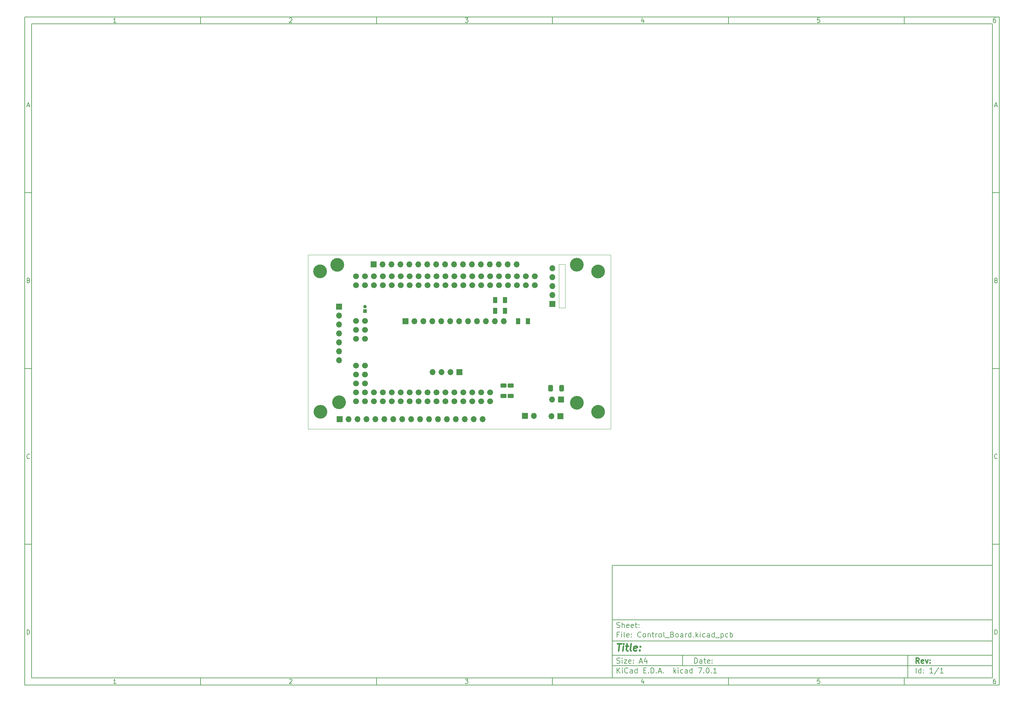
<source format=gbr>
%TF.GenerationSoftware,KiCad,Pcbnew,7.0.1*%
%TF.CreationDate,2024-01-20T13:41:41+00:00*%
%TF.ProjectId,Control_Board,436f6e74-726f-46c5-9f42-6f6172642e6b,rev?*%
%TF.SameCoordinates,Original*%
%TF.FileFunction,Soldermask,Bot*%
%TF.FilePolarity,Negative*%
%FSLAX45Y45*%
G04 Gerber Fmt 4.5, Leading zero omitted, Abs format (unit mm)*
G04 Created by KiCad (PCBNEW 7.0.1) date 2024-01-20 13:41:41*
%MOMM*%
%LPD*%
G01*
G04 APERTURE LIST*
G04 Aperture macros list*
%AMRoundRect*
0 Rectangle with rounded corners*
0 $1 Rounding radius*
0 $2 $3 $4 $5 $6 $7 $8 $9 X,Y pos of 4 corners*
0 Add a 4 corners polygon primitive as box body*
4,1,4,$2,$3,$4,$5,$6,$7,$8,$9,$2,$3,0*
0 Add four circle primitives for the rounded corners*
1,1,$1+$1,$2,$3*
1,1,$1+$1,$4,$5*
1,1,$1+$1,$6,$7*
1,1,$1+$1,$8,$9*
0 Add four rect primitives between the rounded corners*
20,1,$1+$1,$2,$3,$4,$5,0*
20,1,$1+$1,$4,$5,$6,$7,0*
20,1,$1+$1,$6,$7,$8,$9,0*
20,1,$1+$1,$8,$9,$2,$3,0*%
G04 Aperture macros list end*
%ADD10C,0.100000*%
%ADD11C,0.150000*%
%ADD12C,0.300000*%
%ADD13C,0.400000*%
%ADD14C,1.970668*%
%ADD15R,1.700000X1.700000*%
%ADD16O,1.700000X1.700000*%
%ADD17R,1.000000X1.000000*%
%ADD18O,1.000000X1.000000*%
%ADD19C,1.676400*%
%ADD20RoundRect,0.250000X0.412500X0.650000X-0.412500X0.650000X-0.412500X-0.650000X0.412500X-0.650000X0*%
%ADD21RoundRect,0.250000X-0.625000X0.312500X-0.625000X-0.312500X0.625000X-0.312500X0.625000X0.312500X0*%
%ADD22RoundRect,0.250000X-0.375000X-0.625000X0.375000X-0.625000X0.375000X0.625000X-0.375000X0.625000X0*%
%ADD23RoundRect,0.250000X0.625000X-0.312500X0.625000X0.312500X-0.625000X0.312500X-0.625000X-0.312500X0*%
%TA.AperFunction,Profile*%
%ADD24C,0.200000*%
%TD*%
%TA.AperFunction,Profile*%
%ADD25C,0.100000*%
%TD*%
G04 APERTURE END LIST*
D10*
D11*
X17700220Y-16600720D02*
X28500220Y-16600720D01*
X28500220Y-19800720D01*
X17700220Y-19800720D01*
X17700220Y-16600720D01*
D10*
D11*
X1000000Y-1000000D02*
X28700220Y-1000000D01*
X28700220Y-20000720D01*
X1000000Y-20000720D01*
X1000000Y-1000000D01*
D10*
D11*
X1200000Y-1200000D02*
X28500220Y-1200000D01*
X28500220Y-19800720D01*
X1200000Y-19800720D01*
X1200000Y-1200000D01*
D10*
D11*
X6000000Y-1200000D02*
X6000000Y-1000000D01*
D10*
D11*
X11000000Y-1200000D02*
X11000000Y-1000000D01*
D10*
D11*
X16000000Y-1200000D02*
X16000000Y-1000000D01*
D10*
D11*
X21000000Y-1200000D02*
X21000000Y-1000000D01*
D10*
D11*
X26000000Y-1200000D02*
X26000000Y-1000000D01*
D10*
D11*
X3599048Y-1160140D02*
X3524762Y-1160140D01*
X3561905Y-1160140D02*
X3561905Y-1030140D01*
X3561905Y-1030140D02*
X3549524Y-1048712D01*
X3549524Y-1048712D02*
X3537143Y-1061093D01*
X3537143Y-1061093D02*
X3524762Y-1067283D01*
D10*
D11*
X8524762Y-1042521D02*
X8530952Y-1036331D01*
X8530952Y-1036331D02*
X8543333Y-1030140D01*
X8543333Y-1030140D02*
X8574286Y-1030140D01*
X8574286Y-1030140D02*
X8586667Y-1036331D01*
X8586667Y-1036331D02*
X8592857Y-1042521D01*
X8592857Y-1042521D02*
X8599048Y-1054902D01*
X8599048Y-1054902D02*
X8599048Y-1067283D01*
X8599048Y-1067283D02*
X8592857Y-1085855D01*
X8592857Y-1085855D02*
X8518571Y-1160140D01*
X8518571Y-1160140D02*
X8599048Y-1160140D01*
D10*
D11*
X13518571Y-1030140D02*
X13599048Y-1030140D01*
X13599048Y-1030140D02*
X13555714Y-1079664D01*
X13555714Y-1079664D02*
X13574286Y-1079664D01*
X13574286Y-1079664D02*
X13586667Y-1085855D01*
X13586667Y-1085855D02*
X13592857Y-1092045D01*
X13592857Y-1092045D02*
X13599048Y-1104426D01*
X13599048Y-1104426D02*
X13599048Y-1135379D01*
X13599048Y-1135379D02*
X13592857Y-1147760D01*
X13592857Y-1147760D02*
X13586667Y-1153950D01*
X13586667Y-1153950D02*
X13574286Y-1160140D01*
X13574286Y-1160140D02*
X13537143Y-1160140D01*
X13537143Y-1160140D02*
X13524762Y-1153950D01*
X13524762Y-1153950D02*
X13518571Y-1147760D01*
D10*
D11*
X18586667Y-1073474D02*
X18586667Y-1160140D01*
X18555714Y-1023950D02*
X18524762Y-1116807D01*
X18524762Y-1116807D02*
X18605238Y-1116807D01*
D10*
D11*
X23592857Y-1030140D02*
X23530952Y-1030140D01*
X23530952Y-1030140D02*
X23524762Y-1092045D01*
X23524762Y-1092045D02*
X23530952Y-1085855D01*
X23530952Y-1085855D02*
X23543333Y-1079664D01*
X23543333Y-1079664D02*
X23574286Y-1079664D01*
X23574286Y-1079664D02*
X23586667Y-1085855D01*
X23586667Y-1085855D02*
X23592857Y-1092045D01*
X23592857Y-1092045D02*
X23599048Y-1104426D01*
X23599048Y-1104426D02*
X23599048Y-1135379D01*
X23599048Y-1135379D02*
X23592857Y-1147760D01*
X23592857Y-1147760D02*
X23586667Y-1153950D01*
X23586667Y-1153950D02*
X23574286Y-1160140D01*
X23574286Y-1160140D02*
X23543333Y-1160140D01*
X23543333Y-1160140D02*
X23530952Y-1153950D01*
X23530952Y-1153950D02*
X23524762Y-1147760D01*
D10*
D11*
X28586667Y-1030140D02*
X28561905Y-1030140D01*
X28561905Y-1030140D02*
X28549524Y-1036331D01*
X28549524Y-1036331D02*
X28543333Y-1042521D01*
X28543333Y-1042521D02*
X28530952Y-1061093D01*
X28530952Y-1061093D02*
X28524762Y-1085855D01*
X28524762Y-1085855D02*
X28524762Y-1135379D01*
X28524762Y-1135379D02*
X28530952Y-1147760D01*
X28530952Y-1147760D02*
X28537143Y-1153950D01*
X28537143Y-1153950D02*
X28549524Y-1160140D01*
X28549524Y-1160140D02*
X28574286Y-1160140D01*
X28574286Y-1160140D02*
X28586667Y-1153950D01*
X28586667Y-1153950D02*
X28592857Y-1147760D01*
X28592857Y-1147760D02*
X28599048Y-1135379D01*
X28599048Y-1135379D02*
X28599048Y-1104426D01*
X28599048Y-1104426D02*
X28592857Y-1092045D01*
X28592857Y-1092045D02*
X28586667Y-1085855D01*
X28586667Y-1085855D02*
X28574286Y-1079664D01*
X28574286Y-1079664D02*
X28549524Y-1079664D01*
X28549524Y-1079664D02*
X28537143Y-1085855D01*
X28537143Y-1085855D02*
X28530952Y-1092045D01*
X28530952Y-1092045D02*
X28524762Y-1104426D01*
D10*
D11*
X6000000Y-19800720D02*
X6000000Y-20000720D01*
D10*
D11*
X11000000Y-19800720D02*
X11000000Y-20000720D01*
D10*
D11*
X16000000Y-19800720D02*
X16000000Y-20000720D01*
D10*
D11*
X21000000Y-19800720D02*
X21000000Y-20000720D01*
D10*
D11*
X26000000Y-19800720D02*
X26000000Y-20000720D01*
D10*
D11*
X3599048Y-19960860D02*
X3524762Y-19960860D01*
X3561905Y-19960860D02*
X3561905Y-19830860D01*
X3561905Y-19830860D02*
X3549524Y-19849432D01*
X3549524Y-19849432D02*
X3537143Y-19861813D01*
X3537143Y-19861813D02*
X3524762Y-19868003D01*
D10*
D11*
X8524762Y-19843241D02*
X8530952Y-19837051D01*
X8530952Y-19837051D02*
X8543333Y-19830860D01*
X8543333Y-19830860D02*
X8574286Y-19830860D01*
X8574286Y-19830860D02*
X8586667Y-19837051D01*
X8586667Y-19837051D02*
X8592857Y-19843241D01*
X8592857Y-19843241D02*
X8599048Y-19855622D01*
X8599048Y-19855622D02*
X8599048Y-19868003D01*
X8599048Y-19868003D02*
X8592857Y-19886575D01*
X8592857Y-19886575D02*
X8518571Y-19960860D01*
X8518571Y-19960860D02*
X8599048Y-19960860D01*
D10*
D11*
X13518571Y-19830860D02*
X13599048Y-19830860D01*
X13599048Y-19830860D02*
X13555714Y-19880384D01*
X13555714Y-19880384D02*
X13574286Y-19880384D01*
X13574286Y-19880384D02*
X13586667Y-19886575D01*
X13586667Y-19886575D02*
X13592857Y-19892765D01*
X13592857Y-19892765D02*
X13599048Y-19905146D01*
X13599048Y-19905146D02*
X13599048Y-19936099D01*
X13599048Y-19936099D02*
X13592857Y-19948480D01*
X13592857Y-19948480D02*
X13586667Y-19954670D01*
X13586667Y-19954670D02*
X13574286Y-19960860D01*
X13574286Y-19960860D02*
X13537143Y-19960860D01*
X13537143Y-19960860D02*
X13524762Y-19954670D01*
X13524762Y-19954670D02*
X13518571Y-19948480D01*
D10*
D11*
X18586667Y-19874194D02*
X18586667Y-19960860D01*
X18555714Y-19824670D02*
X18524762Y-19917527D01*
X18524762Y-19917527D02*
X18605238Y-19917527D01*
D10*
D11*
X23592857Y-19830860D02*
X23530952Y-19830860D01*
X23530952Y-19830860D02*
X23524762Y-19892765D01*
X23524762Y-19892765D02*
X23530952Y-19886575D01*
X23530952Y-19886575D02*
X23543333Y-19880384D01*
X23543333Y-19880384D02*
X23574286Y-19880384D01*
X23574286Y-19880384D02*
X23586667Y-19886575D01*
X23586667Y-19886575D02*
X23592857Y-19892765D01*
X23592857Y-19892765D02*
X23599048Y-19905146D01*
X23599048Y-19905146D02*
X23599048Y-19936099D01*
X23599048Y-19936099D02*
X23592857Y-19948480D01*
X23592857Y-19948480D02*
X23586667Y-19954670D01*
X23586667Y-19954670D02*
X23574286Y-19960860D01*
X23574286Y-19960860D02*
X23543333Y-19960860D01*
X23543333Y-19960860D02*
X23530952Y-19954670D01*
X23530952Y-19954670D02*
X23524762Y-19948480D01*
D10*
D11*
X28586667Y-19830860D02*
X28561905Y-19830860D01*
X28561905Y-19830860D02*
X28549524Y-19837051D01*
X28549524Y-19837051D02*
X28543333Y-19843241D01*
X28543333Y-19843241D02*
X28530952Y-19861813D01*
X28530952Y-19861813D02*
X28524762Y-19886575D01*
X28524762Y-19886575D02*
X28524762Y-19936099D01*
X28524762Y-19936099D02*
X28530952Y-19948480D01*
X28530952Y-19948480D02*
X28537143Y-19954670D01*
X28537143Y-19954670D02*
X28549524Y-19960860D01*
X28549524Y-19960860D02*
X28574286Y-19960860D01*
X28574286Y-19960860D02*
X28586667Y-19954670D01*
X28586667Y-19954670D02*
X28592857Y-19948480D01*
X28592857Y-19948480D02*
X28599048Y-19936099D01*
X28599048Y-19936099D02*
X28599048Y-19905146D01*
X28599048Y-19905146D02*
X28592857Y-19892765D01*
X28592857Y-19892765D02*
X28586667Y-19886575D01*
X28586667Y-19886575D02*
X28574286Y-19880384D01*
X28574286Y-19880384D02*
X28549524Y-19880384D01*
X28549524Y-19880384D02*
X28537143Y-19886575D01*
X28537143Y-19886575D02*
X28530952Y-19892765D01*
X28530952Y-19892765D02*
X28524762Y-19905146D01*
D10*
D11*
X1000000Y-6000000D02*
X1200000Y-6000000D01*
D10*
D11*
X1000000Y-11000000D02*
X1200000Y-11000000D01*
D10*
D11*
X1000000Y-16000000D02*
X1200000Y-16000000D01*
D10*
D11*
X1069048Y-3522998D02*
X1130952Y-3522998D01*
X1056667Y-3560140D02*
X1100000Y-3430140D01*
X1100000Y-3430140D02*
X1143333Y-3560140D01*
D10*
D11*
X1109286Y-8492045D02*
X1127857Y-8498236D01*
X1127857Y-8498236D02*
X1134048Y-8504426D01*
X1134048Y-8504426D02*
X1140238Y-8516807D01*
X1140238Y-8516807D02*
X1140238Y-8535379D01*
X1140238Y-8535379D02*
X1134048Y-8547760D01*
X1134048Y-8547760D02*
X1127857Y-8553950D01*
X1127857Y-8553950D02*
X1115476Y-8560140D01*
X1115476Y-8560140D02*
X1065952Y-8560140D01*
X1065952Y-8560140D02*
X1065952Y-8430140D01*
X1065952Y-8430140D02*
X1109286Y-8430140D01*
X1109286Y-8430140D02*
X1121667Y-8436331D01*
X1121667Y-8436331D02*
X1127857Y-8442521D01*
X1127857Y-8442521D02*
X1134048Y-8454902D01*
X1134048Y-8454902D02*
X1134048Y-8467283D01*
X1134048Y-8467283D02*
X1127857Y-8479664D01*
X1127857Y-8479664D02*
X1121667Y-8485855D01*
X1121667Y-8485855D02*
X1109286Y-8492045D01*
X1109286Y-8492045D02*
X1065952Y-8492045D01*
D10*
D11*
X1140238Y-13547759D02*
X1134048Y-13553950D01*
X1134048Y-13553950D02*
X1115476Y-13560140D01*
X1115476Y-13560140D02*
X1103095Y-13560140D01*
X1103095Y-13560140D02*
X1084524Y-13553950D01*
X1084524Y-13553950D02*
X1072143Y-13541569D01*
X1072143Y-13541569D02*
X1065952Y-13529188D01*
X1065952Y-13529188D02*
X1059762Y-13504426D01*
X1059762Y-13504426D02*
X1059762Y-13485855D01*
X1059762Y-13485855D02*
X1065952Y-13461093D01*
X1065952Y-13461093D02*
X1072143Y-13448712D01*
X1072143Y-13448712D02*
X1084524Y-13436331D01*
X1084524Y-13436331D02*
X1103095Y-13430140D01*
X1103095Y-13430140D02*
X1115476Y-13430140D01*
X1115476Y-13430140D02*
X1134048Y-13436331D01*
X1134048Y-13436331D02*
X1140238Y-13442521D01*
D10*
D11*
X1065952Y-18560140D02*
X1065952Y-18430140D01*
X1065952Y-18430140D02*
X1096905Y-18430140D01*
X1096905Y-18430140D02*
X1115476Y-18436331D01*
X1115476Y-18436331D02*
X1127857Y-18448712D01*
X1127857Y-18448712D02*
X1134048Y-18461093D01*
X1134048Y-18461093D02*
X1140238Y-18485855D01*
X1140238Y-18485855D02*
X1140238Y-18504426D01*
X1140238Y-18504426D02*
X1134048Y-18529188D01*
X1134048Y-18529188D02*
X1127857Y-18541569D01*
X1127857Y-18541569D02*
X1115476Y-18553950D01*
X1115476Y-18553950D02*
X1096905Y-18560140D01*
X1096905Y-18560140D02*
X1065952Y-18560140D01*
D10*
D11*
X28700220Y-6000000D02*
X28500220Y-6000000D01*
D10*
D11*
X28700220Y-11000000D02*
X28500220Y-11000000D01*
D10*
D11*
X28700220Y-16000000D02*
X28500220Y-16000000D01*
D10*
D11*
X28569268Y-3522998D02*
X28631172Y-3522998D01*
X28556887Y-3560140D02*
X28600220Y-3430140D01*
X28600220Y-3430140D02*
X28643553Y-3560140D01*
D10*
D11*
X28609506Y-8492045D02*
X28628077Y-8498236D01*
X28628077Y-8498236D02*
X28634268Y-8504426D01*
X28634268Y-8504426D02*
X28640458Y-8516807D01*
X28640458Y-8516807D02*
X28640458Y-8535379D01*
X28640458Y-8535379D02*
X28634268Y-8547760D01*
X28634268Y-8547760D02*
X28628077Y-8553950D01*
X28628077Y-8553950D02*
X28615696Y-8560140D01*
X28615696Y-8560140D02*
X28566172Y-8560140D01*
X28566172Y-8560140D02*
X28566172Y-8430140D01*
X28566172Y-8430140D02*
X28609506Y-8430140D01*
X28609506Y-8430140D02*
X28621887Y-8436331D01*
X28621887Y-8436331D02*
X28628077Y-8442521D01*
X28628077Y-8442521D02*
X28634268Y-8454902D01*
X28634268Y-8454902D02*
X28634268Y-8467283D01*
X28634268Y-8467283D02*
X28628077Y-8479664D01*
X28628077Y-8479664D02*
X28621887Y-8485855D01*
X28621887Y-8485855D02*
X28609506Y-8492045D01*
X28609506Y-8492045D02*
X28566172Y-8492045D01*
D10*
D11*
X28640458Y-13547759D02*
X28634268Y-13553950D01*
X28634268Y-13553950D02*
X28615696Y-13560140D01*
X28615696Y-13560140D02*
X28603315Y-13560140D01*
X28603315Y-13560140D02*
X28584744Y-13553950D01*
X28584744Y-13553950D02*
X28572363Y-13541569D01*
X28572363Y-13541569D02*
X28566172Y-13529188D01*
X28566172Y-13529188D02*
X28559982Y-13504426D01*
X28559982Y-13504426D02*
X28559982Y-13485855D01*
X28559982Y-13485855D02*
X28566172Y-13461093D01*
X28566172Y-13461093D02*
X28572363Y-13448712D01*
X28572363Y-13448712D02*
X28584744Y-13436331D01*
X28584744Y-13436331D02*
X28603315Y-13430140D01*
X28603315Y-13430140D02*
X28615696Y-13430140D01*
X28615696Y-13430140D02*
X28634268Y-13436331D01*
X28634268Y-13436331D02*
X28640458Y-13442521D01*
D10*
D11*
X28566172Y-18560140D02*
X28566172Y-18430140D01*
X28566172Y-18430140D02*
X28597125Y-18430140D01*
X28597125Y-18430140D02*
X28615696Y-18436331D01*
X28615696Y-18436331D02*
X28628077Y-18448712D01*
X28628077Y-18448712D02*
X28634268Y-18461093D01*
X28634268Y-18461093D02*
X28640458Y-18485855D01*
X28640458Y-18485855D02*
X28640458Y-18504426D01*
X28640458Y-18504426D02*
X28634268Y-18529188D01*
X28634268Y-18529188D02*
X28628077Y-18541569D01*
X28628077Y-18541569D02*
X28615696Y-18553950D01*
X28615696Y-18553950D02*
X28597125Y-18560140D01*
X28597125Y-18560140D02*
X28566172Y-18560140D01*
D10*
D11*
X20035934Y-19380113D02*
X20035934Y-19230113D01*
X20035934Y-19230113D02*
X20071649Y-19230113D01*
X20071649Y-19230113D02*
X20093077Y-19237256D01*
X20093077Y-19237256D02*
X20107363Y-19251541D01*
X20107363Y-19251541D02*
X20114506Y-19265827D01*
X20114506Y-19265827D02*
X20121649Y-19294399D01*
X20121649Y-19294399D02*
X20121649Y-19315827D01*
X20121649Y-19315827D02*
X20114506Y-19344399D01*
X20114506Y-19344399D02*
X20107363Y-19358684D01*
X20107363Y-19358684D02*
X20093077Y-19372970D01*
X20093077Y-19372970D02*
X20071649Y-19380113D01*
X20071649Y-19380113D02*
X20035934Y-19380113D01*
X20250220Y-19380113D02*
X20250220Y-19301541D01*
X20250220Y-19301541D02*
X20243077Y-19287256D01*
X20243077Y-19287256D02*
X20228791Y-19280113D01*
X20228791Y-19280113D02*
X20200220Y-19280113D01*
X20200220Y-19280113D02*
X20185934Y-19287256D01*
X20250220Y-19372970D02*
X20235934Y-19380113D01*
X20235934Y-19380113D02*
X20200220Y-19380113D01*
X20200220Y-19380113D02*
X20185934Y-19372970D01*
X20185934Y-19372970D02*
X20178791Y-19358684D01*
X20178791Y-19358684D02*
X20178791Y-19344399D01*
X20178791Y-19344399D02*
X20185934Y-19330113D01*
X20185934Y-19330113D02*
X20200220Y-19322970D01*
X20200220Y-19322970D02*
X20235934Y-19322970D01*
X20235934Y-19322970D02*
X20250220Y-19315827D01*
X20300220Y-19280113D02*
X20357363Y-19280113D01*
X20321649Y-19230113D02*
X20321649Y-19358684D01*
X20321649Y-19358684D02*
X20328791Y-19372970D01*
X20328791Y-19372970D02*
X20343077Y-19380113D01*
X20343077Y-19380113D02*
X20357363Y-19380113D01*
X20464506Y-19372970D02*
X20450220Y-19380113D01*
X20450220Y-19380113D02*
X20421649Y-19380113D01*
X20421649Y-19380113D02*
X20407363Y-19372970D01*
X20407363Y-19372970D02*
X20400220Y-19358684D01*
X20400220Y-19358684D02*
X20400220Y-19301541D01*
X20400220Y-19301541D02*
X20407363Y-19287256D01*
X20407363Y-19287256D02*
X20421649Y-19280113D01*
X20421649Y-19280113D02*
X20450220Y-19280113D01*
X20450220Y-19280113D02*
X20464506Y-19287256D01*
X20464506Y-19287256D02*
X20471649Y-19301541D01*
X20471649Y-19301541D02*
X20471649Y-19315827D01*
X20471649Y-19315827D02*
X20400220Y-19330113D01*
X20535934Y-19365827D02*
X20543077Y-19372970D01*
X20543077Y-19372970D02*
X20535934Y-19380113D01*
X20535934Y-19380113D02*
X20528791Y-19372970D01*
X20528791Y-19372970D02*
X20535934Y-19365827D01*
X20535934Y-19365827D02*
X20535934Y-19380113D01*
X20535934Y-19287256D02*
X20543077Y-19294399D01*
X20543077Y-19294399D02*
X20535934Y-19301541D01*
X20535934Y-19301541D02*
X20528791Y-19294399D01*
X20528791Y-19294399D02*
X20535934Y-19287256D01*
X20535934Y-19287256D02*
X20535934Y-19301541D01*
D10*
D11*
X17700220Y-19450720D02*
X28500220Y-19450720D01*
D10*
D11*
X17835934Y-19660113D02*
X17835934Y-19510113D01*
X17921649Y-19660113D02*
X17857363Y-19574399D01*
X17921649Y-19510113D02*
X17835934Y-19595827D01*
X17985934Y-19660113D02*
X17985934Y-19560113D01*
X17985934Y-19510113D02*
X17978791Y-19517256D01*
X17978791Y-19517256D02*
X17985934Y-19524399D01*
X17985934Y-19524399D02*
X17993077Y-19517256D01*
X17993077Y-19517256D02*
X17985934Y-19510113D01*
X17985934Y-19510113D02*
X17985934Y-19524399D01*
X18143077Y-19645827D02*
X18135934Y-19652970D01*
X18135934Y-19652970D02*
X18114506Y-19660113D01*
X18114506Y-19660113D02*
X18100220Y-19660113D01*
X18100220Y-19660113D02*
X18078791Y-19652970D01*
X18078791Y-19652970D02*
X18064506Y-19638684D01*
X18064506Y-19638684D02*
X18057363Y-19624399D01*
X18057363Y-19624399D02*
X18050220Y-19595827D01*
X18050220Y-19595827D02*
X18050220Y-19574399D01*
X18050220Y-19574399D02*
X18057363Y-19545827D01*
X18057363Y-19545827D02*
X18064506Y-19531541D01*
X18064506Y-19531541D02*
X18078791Y-19517256D01*
X18078791Y-19517256D02*
X18100220Y-19510113D01*
X18100220Y-19510113D02*
X18114506Y-19510113D01*
X18114506Y-19510113D02*
X18135934Y-19517256D01*
X18135934Y-19517256D02*
X18143077Y-19524399D01*
X18271649Y-19660113D02*
X18271649Y-19581541D01*
X18271649Y-19581541D02*
X18264506Y-19567256D01*
X18264506Y-19567256D02*
X18250220Y-19560113D01*
X18250220Y-19560113D02*
X18221649Y-19560113D01*
X18221649Y-19560113D02*
X18207363Y-19567256D01*
X18271649Y-19652970D02*
X18257363Y-19660113D01*
X18257363Y-19660113D02*
X18221649Y-19660113D01*
X18221649Y-19660113D02*
X18207363Y-19652970D01*
X18207363Y-19652970D02*
X18200220Y-19638684D01*
X18200220Y-19638684D02*
X18200220Y-19624399D01*
X18200220Y-19624399D02*
X18207363Y-19610113D01*
X18207363Y-19610113D02*
X18221649Y-19602970D01*
X18221649Y-19602970D02*
X18257363Y-19602970D01*
X18257363Y-19602970D02*
X18271649Y-19595827D01*
X18407363Y-19660113D02*
X18407363Y-19510113D01*
X18407363Y-19652970D02*
X18393077Y-19660113D01*
X18393077Y-19660113D02*
X18364506Y-19660113D01*
X18364506Y-19660113D02*
X18350220Y-19652970D01*
X18350220Y-19652970D02*
X18343077Y-19645827D01*
X18343077Y-19645827D02*
X18335934Y-19631541D01*
X18335934Y-19631541D02*
X18335934Y-19588684D01*
X18335934Y-19588684D02*
X18343077Y-19574399D01*
X18343077Y-19574399D02*
X18350220Y-19567256D01*
X18350220Y-19567256D02*
X18364506Y-19560113D01*
X18364506Y-19560113D02*
X18393077Y-19560113D01*
X18393077Y-19560113D02*
X18407363Y-19567256D01*
X18593077Y-19581541D02*
X18643077Y-19581541D01*
X18664506Y-19660113D02*
X18593077Y-19660113D01*
X18593077Y-19660113D02*
X18593077Y-19510113D01*
X18593077Y-19510113D02*
X18664506Y-19510113D01*
X18728791Y-19645827D02*
X18735934Y-19652970D01*
X18735934Y-19652970D02*
X18728791Y-19660113D01*
X18728791Y-19660113D02*
X18721649Y-19652970D01*
X18721649Y-19652970D02*
X18728791Y-19645827D01*
X18728791Y-19645827D02*
X18728791Y-19660113D01*
X18800220Y-19660113D02*
X18800220Y-19510113D01*
X18800220Y-19510113D02*
X18835934Y-19510113D01*
X18835934Y-19510113D02*
X18857363Y-19517256D01*
X18857363Y-19517256D02*
X18871649Y-19531541D01*
X18871649Y-19531541D02*
X18878792Y-19545827D01*
X18878792Y-19545827D02*
X18885934Y-19574399D01*
X18885934Y-19574399D02*
X18885934Y-19595827D01*
X18885934Y-19595827D02*
X18878792Y-19624399D01*
X18878792Y-19624399D02*
X18871649Y-19638684D01*
X18871649Y-19638684D02*
X18857363Y-19652970D01*
X18857363Y-19652970D02*
X18835934Y-19660113D01*
X18835934Y-19660113D02*
X18800220Y-19660113D01*
X18950220Y-19645827D02*
X18957363Y-19652970D01*
X18957363Y-19652970D02*
X18950220Y-19660113D01*
X18950220Y-19660113D02*
X18943077Y-19652970D01*
X18943077Y-19652970D02*
X18950220Y-19645827D01*
X18950220Y-19645827D02*
X18950220Y-19660113D01*
X19014506Y-19617256D02*
X19085934Y-19617256D01*
X19000220Y-19660113D02*
X19050220Y-19510113D01*
X19050220Y-19510113D02*
X19100220Y-19660113D01*
X19150220Y-19645827D02*
X19157363Y-19652970D01*
X19157363Y-19652970D02*
X19150220Y-19660113D01*
X19150220Y-19660113D02*
X19143077Y-19652970D01*
X19143077Y-19652970D02*
X19150220Y-19645827D01*
X19150220Y-19645827D02*
X19150220Y-19660113D01*
X19450220Y-19660113D02*
X19450220Y-19510113D01*
X19464506Y-19602970D02*
X19507363Y-19660113D01*
X19507363Y-19560113D02*
X19450220Y-19617256D01*
X19571649Y-19660113D02*
X19571649Y-19560113D01*
X19571649Y-19510113D02*
X19564506Y-19517256D01*
X19564506Y-19517256D02*
X19571649Y-19524399D01*
X19571649Y-19524399D02*
X19578792Y-19517256D01*
X19578792Y-19517256D02*
X19571649Y-19510113D01*
X19571649Y-19510113D02*
X19571649Y-19524399D01*
X19707363Y-19652970D02*
X19693077Y-19660113D01*
X19693077Y-19660113D02*
X19664506Y-19660113D01*
X19664506Y-19660113D02*
X19650220Y-19652970D01*
X19650220Y-19652970D02*
X19643077Y-19645827D01*
X19643077Y-19645827D02*
X19635934Y-19631541D01*
X19635934Y-19631541D02*
X19635934Y-19588684D01*
X19635934Y-19588684D02*
X19643077Y-19574399D01*
X19643077Y-19574399D02*
X19650220Y-19567256D01*
X19650220Y-19567256D02*
X19664506Y-19560113D01*
X19664506Y-19560113D02*
X19693077Y-19560113D01*
X19693077Y-19560113D02*
X19707363Y-19567256D01*
X19835934Y-19660113D02*
X19835934Y-19581541D01*
X19835934Y-19581541D02*
X19828792Y-19567256D01*
X19828792Y-19567256D02*
X19814506Y-19560113D01*
X19814506Y-19560113D02*
X19785934Y-19560113D01*
X19785934Y-19560113D02*
X19771649Y-19567256D01*
X19835934Y-19652970D02*
X19821649Y-19660113D01*
X19821649Y-19660113D02*
X19785934Y-19660113D01*
X19785934Y-19660113D02*
X19771649Y-19652970D01*
X19771649Y-19652970D02*
X19764506Y-19638684D01*
X19764506Y-19638684D02*
X19764506Y-19624399D01*
X19764506Y-19624399D02*
X19771649Y-19610113D01*
X19771649Y-19610113D02*
X19785934Y-19602970D01*
X19785934Y-19602970D02*
X19821649Y-19602970D01*
X19821649Y-19602970D02*
X19835934Y-19595827D01*
X19971649Y-19660113D02*
X19971649Y-19510113D01*
X19971649Y-19652970D02*
X19957363Y-19660113D01*
X19957363Y-19660113D02*
X19928792Y-19660113D01*
X19928792Y-19660113D02*
X19914506Y-19652970D01*
X19914506Y-19652970D02*
X19907363Y-19645827D01*
X19907363Y-19645827D02*
X19900220Y-19631541D01*
X19900220Y-19631541D02*
X19900220Y-19588684D01*
X19900220Y-19588684D02*
X19907363Y-19574399D01*
X19907363Y-19574399D02*
X19914506Y-19567256D01*
X19914506Y-19567256D02*
X19928792Y-19560113D01*
X19928792Y-19560113D02*
X19957363Y-19560113D01*
X19957363Y-19560113D02*
X19971649Y-19567256D01*
X20143077Y-19510113D02*
X20243077Y-19510113D01*
X20243077Y-19510113D02*
X20178792Y-19660113D01*
X20300220Y-19645827D02*
X20307363Y-19652970D01*
X20307363Y-19652970D02*
X20300220Y-19660113D01*
X20300220Y-19660113D02*
X20293077Y-19652970D01*
X20293077Y-19652970D02*
X20300220Y-19645827D01*
X20300220Y-19645827D02*
X20300220Y-19660113D01*
X20400220Y-19510113D02*
X20414506Y-19510113D01*
X20414506Y-19510113D02*
X20428792Y-19517256D01*
X20428792Y-19517256D02*
X20435934Y-19524399D01*
X20435934Y-19524399D02*
X20443077Y-19538684D01*
X20443077Y-19538684D02*
X20450220Y-19567256D01*
X20450220Y-19567256D02*
X20450220Y-19602970D01*
X20450220Y-19602970D02*
X20443077Y-19631541D01*
X20443077Y-19631541D02*
X20435934Y-19645827D01*
X20435934Y-19645827D02*
X20428792Y-19652970D01*
X20428792Y-19652970D02*
X20414506Y-19660113D01*
X20414506Y-19660113D02*
X20400220Y-19660113D01*
X20400220Y-19660113D02*
X20385934Y-19652970D01*
X20385934Y-19652970D02*
X20378792Y-19645827D01*
X20378792Y-19645827D02*
X20371649Y-19631541D01*
X20371649Y-19631541D02*
X20364506Y-19602970D01*
X20364506Y-19602970D02*
X20364506Y-19567256D01*
X20364506Y-19567256D02*
X20371649Y-19538684D01*
X20371649Y-19538684D02*
X20378792Y-19524399D01*
X20378792Y-19524399D02*
X20385934Y-19517256D01*
X20385934Y-19517256D02*
X20400220Y-19510113D01*
X20514506Y-19645827D02*
X20521649Y-19652970D01*
X20521649Y-19652970D02*
X20514506Y-19660113D01*
X20514506Y-19660113D02*
X20507363Y-19652970D01*
X20507363Y-19652970D02*
X20514506Y-19645827D01*
X20514506Y-19645827D02*
X20514506Y-19660113D01*
X20664506Y-19660113D02*
X20578792Y-19660113D01*
X20621649Y-19660113D02*
X20621649Y-19510113D01*
X20621649Y-19510113D02*
X20607363Y-19531541D01*
X20607363Y-19531541D02*
X20593077Y-19545827D01*
X20593077Y-19545827D02*
X20578792Y-19552970D01*
D10*
D11*
X17700220Y-19150720D02*
X28500220Y-19150720D01*
D10*
D12*
X26421648Y-19380113D02*
X26371648Y-19308684D01*
X26335934Y-19380113D02*
X26335934Y-19230113D01*
X26335934Y-19230113D02*
X26393077Y-19230113D01*
X26393077Y-19230113D02*
X26407363Y-19237256D01*
X26407363Y-19237256D02*
X26414506Y-19244399D01*
X26414506Y-19244399D02*
X26421648Y-19258684D01*
X26421648Y-19258684D02*
X26421648Y-19280113D01*
X26421648Y-19280113D02*
X26414506Y-19294399D01*
X26414506Y-19294399D02*
X26407363Y-19301541D01*
X26407363Y-19301541D02*
X26393077Y-19308684D01*
X26393077Y-19308684D02*
X26335934Y-19308684D01*
X26543077Y-19372970D02*
X26528791Y-19380113D01*
X26528791Y-19380113D02*
X26500220Y-19380113D01*
X26500220Y-19380113D02*
X26485934Y-19372970D01*
X26485934Y-19372970D02*
X26478791Y-19358684D01*
X26478791Y-19358684D02*
X26478791Y-19301541D01*
X26478791Y-19301541D02*
X26485934Y-19287256D01*
X26485934Y-19287256D02*
X26500220Y-19280113D01*
X26500220Y-19280113D02*
X26528791Y-19280113D01*
X26528791Y-19280113D02*
X26543077Y-19287256D01*
X26543077Y-19287256D02*
X26550220Y-19301541D01*
X26550220Y-19301541D02*
X26550220Y-19315827D01*
X26550220Y-19315827D02*
X26478791Y-19330113D01*
X26600220Y-19280113D02*
X26635934Y-19380113D01*
X26635934Y-19380113D02*
X26671648Y-19280113D01*
X26728791Y-19365827D02*
X26735934Y-19372970D01*
X26735934Y-19372970D02*
X26728791Y-19380113D01*
X26728791Y-19380113D02*
X26721648Y-19372970D01*
X26721648Y-19372970D02*
X26728791Y-19365827D01*
X26728791Y-19365827D02*
X26728791Y-19380113D01*
X26728791Y-19287256D02*
X26735934Y-19294399D01*
X26735934Y-19294399D02*
X26728791Y-19301541D01*
X26728791Y-19301541D02*
X26721648Y-19294399D01*
X26721648Y-19294399D02*
X26728791Y-19287256D01*
X26728791Y-19287256D02*
X26728791Y-19301541D01*
D10*
D11*
X17828791Y-19372970D02*
X17850220Y-19380113D01*
X17850220Y-19380113D02*
X17885934Y-19380113D01*
X17885934Y-19380113D02*
X17900220Y-19372970D01*
X17900220Y-19372970D02*
X17907363Y-19365827D01*
X17907363Y-19365827D02*
X17914506Y-19351541D01*
X17914506Y-19351541D02*
X17914506Y-19337256D01*
X17914506Y-19337256D02*
X17907363Y-19322970D01*
X17907363Y-19322970D02*
X17900220Y-19315827D01*
X17900220Y-19315827D02*
X17885934Y-19308684D01*
X17885934Y-19308684D02*
X17857363Y-19301541D01*
X17857363Y-19301541D02*
X17843077Y-19294399D01*
X17843077Y-19294399D02*
X17835934Y-19287256D01*
X17835934Y-19287256D02*
X17828791Y-19272970D01*
X17828791Y-19272970D02*
X17828791Y-19258684D01*
X17828791Y-19258684D02*
X17835934Y-19244399D01*
X17835934Y-19244399D02*
X17843077Y-19237256D01*
X17843077Y-19237256D02*
X17857363Y-19230113D01*
X17857363Y-19230113D02*
X17893077Y-19230113D01*
X17893077Y-19230113D02*
X17914506Y-19237256D01*
X17978791Y-19380113D02*
X17978791Y-19280113D01*
X17978791Y-19230113D02*
X17971649Y-19237256D01*
X17971649Y-19237256D02*
X17978791Y-19244399D01*
X17978791Y-19244399D02*
X17985934Y-19237256D01*
X17985934Y-19237256D02*
X17978791Y-19230113D01*
X17978791Y-19230113D02*
X17978791Y-19244399D01*
X18035934Y-19280113D02*
X18114506Y-19280113D01*
X18114506Y-19280113D02*
X18035934Y-19380113D01*
X18035934Y-19380113D02*
X18114506Y-19380113D01*
X18228791Y-19372970D02*
X18214506Y-19380113D01*
X18214506Y-19380113D02*
X18185934Y-19380113D01*
X18185934Y-19380113D02*
X18171649Y-19372970D01*
X18171649Y-19372970D02*
X18164506Y-19358684D01*
X18164506Y-19358684D02*
X18164506Y-19301541D01*
X18164506Y-19301541D02*
X18171649Y-19287256D01*
X18171649Y-19287256D02*
X18185934Y-19280113D01*
X18185934Y-19280113D02*
X18214506Y-19280113D01*
X18214506Y-19280113D02*
X18228791Y-19287256D01*
X18228791Y-19287256D02*
X18235934Y-19301541D01*
X18235934Y-19301541D02*
X18235934Y-19315827D01*
X18235934Y-19315827D02*
X18164506Y-19330113D01*
X18300220Y-19365827D02*
X18307363Y-19372970D01*
X18307363Y-19372970D02*
X18300220Y-19380113D01*
X18300220Y-19380113D02*
X18293077Y-19372970D01*
X18293077Y-19372970D02*
X18300220Y-19365827D01*
X18300220Y-19365827D02*
X18300220Y-19380113D01*
X18300220Y-19287256D02*
X18307363Y-19294399D01*
X18307363Y-19294399D02*
X18300220Y-19301541D01*
X18300220Y-19301541D02*
X18293077Y-19294399D01*
X18293077Y-19294399D02*
X18300220Y-19287256D01*
X18300220Y-19287256D02*
X18300220Y-19301541D01*
X18478791Y-19337256D02*
X18550220Y-19337256D01*
X18464506Y-19380113D02*
X18514506Y-19230113D01*
X18514506Y-19230113D02*
X18564506Y-19380113D01*
X18678791Y-19280113D02*
X18678791Y-19380113D01*
X18643077Y-19222970D02*
X18607363Y-19330113D01*
X18607363Y-19330113D02*
X18700220Y-19330113D01*
D10*
D11*
X26335934Y-19660113D02*
X26335934Y-19510113D01*
X26471649Y-19660113D02*
X26471649Y-19510113D01*
X26471649Y-19652970D02*
X26457363Y-19660113D01*
X26457363Y-19660113D02*
X26428791Y-19660113D01*
X26428791Y-19660113D02*
X26414506Y-19652970D01*
X26414506Y-19652970D02*
X26407363Y-19645827D01*
X26407363Y-19645827D02*
X26400220Y-19631541D01*
X26400220Y-19631541D02*
X26400220Y-19588684D01*
X26400220Y-19588684D02*
X26407363Y-19574399D01*
X26407363Y-19574399D02*
X26414506Y-19567256D01*
X26414506Y-19567256D02*
X26428791Y-19560113D01*
X26428791Y-19560113D02*
X26457363Y-19560113D01*
X26457363Y-19560113D02*
X26471649Y-19567256D01*
X26543077Y-19645827D02*
X26550220Y-19652970D01*
X26550220Y-19652970D02*
X26543077Y-19660113D01*
X26543077Y-19660113D02*
X26535934Y-19652970D01*
X26535934Y-19652970D02*
X26543077Y-19645827D01*
X26543077Y-19645827D02*
X26543077Y-19660113D01*
X26543077Y-19567256D02*
X26550220Y-19574399D01*
X26550220Y-19574399D02*
X26543077Y-19581541D01*
X26543077Y-19581541D02*
X26535934Y-19574399D01*
X26535934Y-19574399D02*
X26543077Y-19567256D01*
X26543077Y-19567256D02*
X26543077Y-19581541D01*
X26807363Y-19660113D02*
X26721649Y-19660113D01*
X26764506Y-19660113D02*
X26764506Y-19510113D01*
X26764506Y-19510113D02*
X26750220Y-19531541D01*
X26750220Y-19531541D02*
X26735934Y-19545827D01*
X26735934Y-19545827D02*
X26721649Y-19552970D01*
X26978791Y-19502970D02*
X26850220Y-19695827D01*
X27107363Y-19660113D02*
X27021649Y-19660113D01*
X27064506Y-19660113D02*
X27064506Y-19510113D01*
X27064506Y-19510113D02*
X27050220Y-19531541D01*
X27050220Y-19531541D02*
X27035934Y-19545827D01*
X27035934Y-19545827D02*
X27021649Y-19552970D01*
D10*
D11*
X17700220Y-18750720D02*
X28500220Y-18750720D01*
D10*
D13*
X17843077Y-18823244D02*
X17957363Y-18823244D01*
X17875220Y-19023244D02*
X17900220Y-18823244D01*
X17997839Y-19023244D02*
X18014506Y-18889910D01*
X18022839Y-18823244D02*
X18012125Y-18832768D01*
X18012125Y-18832768D02*
X18020458Y-18842291D01*
X18020458Y-18842291D02*
X18031172Y-18832768D01*
X18031172Y-18832768D02*
X18022839Y-18823244D01*
X18022839Y-18823244D02*
X18020458Y-18842291D01*
X18079982Y-18889910D02*
X18156172Y-18889910D01*
X18116887Y-18823244D02*
X18095458Y-18994672D01*
X18095458Y-18994672D02*
X18102601Y-19013720D01*
X18102601Y-19013720D02*
X18120458Y-19023244D01*
X18120458Y-19023244D02*
X18139506Y-19023244D01*
X18233553Y-19023244D02*
X18215696Y-19013720D01*
X18215696Y-19013720D02*
X18208553Y-18994672D01*
X18208553Y-18994672D02*
X18229982Y-18823244D01*
X18385934Y-19013720D02*
X18365696Y-19023244D01*
X18365696Y-19023244D02*
X18327601Y-19023244D01*
X18327601Y-19023244D02*
X18309744Y-19013720D01*
X18309744Y-19013720D02*
X18302601Y-18994672D01*
X18302601Y-18994672D02*
X18312125Y-18918482D01*
X18312125Y-18918482D02*
X18324029Y-18899434D01*
X18324029Y-18899434D02*
X18344268Y-18889910D01*
X18344268Y-18889910D02*
X18382363Y-18889910D01*
X18382363Y-18889910D02*
X18400220Y-18899434D01*
X18400220Y-18899434D02*
X18407363Y-18918482D01*
X18407363Y-18918482D02*
X18404982Y-18937530D01*
X18404982Y-18937530D02*
X18307363Y-18956577D01*
X18481172Y-19004196D02*
X18489506Y-19013720D01*
X18489506Y-19013720D02*
X18478791Y-19023244D01*
X18478791Y-19023244D02*
X18470458Y-19013720D01*
X18470458Y-19013720D02*
X18481172Y-19004196D01*
X18481172Y-19004196D02*
X18478791Y-19023244D01*
X18494268Y-18899434D02*
X18502601Y-18908958D01*
X18502601Y-18908958D02*
X18491887Y-18918482D01*
X18491887Y-18918482D02*
X18483553Y-18908958D01*
X18483553Y-18908958D02*
X18494268Y-18899434D01*
X18494268Y-18899434D02*
X18491887Y-18918482D01*
D10*
D11*
X17885934Y-18561541D02*
X17835934Y-18561541D01*
X17835934Y-18640113D02*
X17835934Y-18490113D01*
X17835934Y-18490113D02*
X17907363Y-18490113D01*
X17964506Y-18640113D02*
X17964506Y-18540113D01*
X17964506Y-18490113D02*
X17957363Y-18497256D01*
X17957363Y-18497256D02*
X17964506Y-18504399D01*
X17964506Y-18504399D02*
X17971649Y-18497256D01*
X17971649Y-18497256D02*
X17964506Y-18490113D01*
X17964506Y-18490113D02*
X17964506Y-18504399D01*
X18057363Y-18640113D02*
X18043077Y-18632970D01*
X18043077Y-18632970D02*
X18035934Y-18618684D01*
X18035934Y-18618684D02*
X18035934Y-18490113D01*
X18171649Y-18632970D02*
X18157363Y-18640113D01*
X18157363Y-18640113D02*
X18128791Y-18640113D01*
X18128791Y-18640113D02*
X18114506Y-18632970D01*
X18114506Y-18632970D02*
X18107363Y-18618684D01*
X18107363Y-18618684D02*
X18107363Y-18561541D01*
X18107363Y-18561541D02*
X18114506Y-18547256D01*
X18114506Y-18547256D02*
X18128791Y-18540113D01*
X18128791Y-18540113D02*
X18157363Y-18540113D01*
X18157363Y-18540113D02*
X18171649Y-18547256D01*
X18171649Y-18547256D02*
X18178791Y-18561541D01*
X18178791Y-18561541D02*
X18178791Y-18575827D01*
X18178791Y-18575827D02*
X18107363Y-18590113D01*
X18243077Y-18625827D02*
X18250220Y-18632970D01*
X18250220Y-18632970D02*
X18243077Y-18640113D01*
X18243077Y-18640113D02*
X18235934Y-18632970D01*
X18235934Y-18632970D02*
X18243077Y-18625827D01*
X18243077Y-18625827D02*
X18243077Y-18640113D01*
X18243077Y-18547256D02*
X18250220Y-18554399D01*
X18250220Y-18554399D02*
X18243077Y-18561541D01*
X18243077Y-18561541D02*
X18235934Y-18554399D01*
X18235934Y-18554399D02*
X18243077Y-18547256D01*
X18243077Y-18547256D02*
X18243077Y-18561541D01*
X18514506Y-18625827D02*
X18507363Y-18632970D01*
X18507363Y-18632970D02*
X18485934Y-18640113D01*
X18485934Y-18640113D02*
X18471649Y-18640113D01*
X18471649Y-18640113D02*
X18450220Y-18632970D01*
X18450220Y-18632970D02*
X18435934Y-18618684D01*
X18435934Y-18618684D02*
X18428791Y-18604399D01*
X18428791Y-18604399D02*
X18421649Y-18575827D01*
X18421649Y-18575827D02*
X18421649Y-18554399D01*
X18421649Y-18554399D02*
X18428791Y-18525827D01*
X18428791Y-18525827D02*
X18435934Y-18511541D01*
X18435934Y-18511541D02*
X18450220Y-18497256D01*
X18450220Y-18497256D02*
X18471649Y-18490113D01*
X18471649Y-18490113D02*
X18485934Y-18490113D01*
X18485934Y-18490113D02*
X18507363Y-18497256D01*
X18507363Y-18497256D02*
X18514506Y-18504399D01*
X18600220Y-18640113D02*
X18585934Y-18632970D01*
X18585934Y-18632970D02*
X18578791Y-18625827D01*
X18578791Y-18625827D02*
X18571649Y-18611541D01*
X18571649Y-18611541D02*
X18571649Y-18568684D01*
X18571649Y-18568684D02*
X18578791Y-18554399D01*
X18578791Y-18554399D02*
X18585934Y-18547256D01*
X18585934Y-18547256D02*
X18600220Y-18540113D01*
X18600220Y-18540113D02*
X18621649Y-18540113D01*
X18621649Y-18540113D02*
X18635934Y-18547256D01*
X18635934Y-18547256D02*
X18643077Y-18554399D01*
X18643077Y-18554399D02*
X18650220Y-18568684D01*
X18650220Y-18568684D02*
X18650220Y-18611541D01*
X18650220Y-18611541D02*
X18643077Y-18625827D01*
X18643077Y-18625827D02*
X18635934Y-18632970D01*
X18635934Y-18632970D02*
X18621649Y-18640113D01*
X18621649Y-18640113D02*
X18600220Y-18640113D01*
X18714506Y-18540113D02*
X18714506Y-18640113D01*
X18714506Y-18554399D02*
X18721649Y-18547256D01*
X18721649Y-18547256D02*
X18735934Y-18540113D01*
X18735934Y-18540113D02*
X18757363Y-18540113D01*
X18757363Y-18540113D02*
X18771649Y-18547256D01*
X18771649Y-18547256D02*
X18778791Y-18561541D01*
X18778791Y-18561541D02*
X18778791Y-18640113D01*
X18828791Y-18540113D02*
X18885934Y-18540113D01*
X18850220Y-18490113D02*
X18850220Y-18618684D01*
X18850220Y-18618684D02*
X18857363Y-18632970D01*
X18857363Y-18632970D02*
X18871649Y-18640113D01*
X18871649Y-18640113D02*
X18885934Y-18640113D01*
X18935934Y-18640113D02*
X18935934Y-18540113D01*
X18935934Y-18568684D02*
X18943077Y-18554399D01*
X18943077Y-18554399D02*
X18950220Y-18547256D01*
X18950220Y-18547256D02*
X18964506Y-18540113D01*
X18964506Y-18540113D02*
X18978791Y-18540113D01*
X19050220Y-18640113D02*
X19035934Y-18632970D01*
X19035934Y-18632970D02*
X19028791Y-18625827D01*
X19028791Y-18625827D02*
X19021649Y-18611541D01*
X19021649Y-18611541D02*
X19021649Y-18568684D01*
X19021649Y-18568684D02*
X19028791Y-18554399D01*
X19028791Y-18554399D02*
X19035934Y-18547256D01*
X19035934Y-18547256D02*
X19050220Y-18540113D01*
X19050220Y-18540113D02*
X19071649Y-18540113D01*
X19071649Y-18540113D02*
X19085934Y-18547256D01*
X19085934Y-18547256D02*
X19093077Y-18554399D01*
X19093077Y-18554399D02*
X19100220Y-18568684D01*
X19100220Y-18568684D02*
X19100220Y-18611541D01*
X19100220Y-18611541D02*
X19093077Y-18625827D01*
X19093077Y-18625827D02*
X19085934Y-18632970D01*
X19085934Y-18632970D02*
X19071649Y-18640113D01*
X19071649Y-18640113D02*
X19050220Y-18640113D01*
X19185934Y-18640113D02*
X19171649Y-18632970D01*
X19171649Y-18632970D02*
X19164506Y-18618684D01*
X19164506Y-18618684D02*
X19164506Y-18490113D01*
X19207363Y-18654399D02*
X19321649Y-18654399D01*
X19407363Y-18561541D02*
X19428791Y-18568684D01*
X19428791Y-18568684D02*
X19435934Y-18575827D01*
X19435934Y-18575827D02*
X19443077Y-18590113D01*
X19443077Y-18590113D02*
X19443077Y-18611541D01*
X19443077Y-18611541D02*
X19435934Y-18625827D01*
X19435934Y-18625827D02*
X19428791Y-18632970D01*
X19428791Y-18632970D02*
X19414506Y-18640113D01*
X19414506Y-18640113D02*
X19357363Y-18640113D01*
X19357363Y-18640113D02*
X19357363Y-18490113D01*
X19357363Y-18490113D02*
X19407363Y-18490113D01*
X19407363Y-18490113D02*
X19421649Y-18497256D01*
X19421649Y-18497256D02*
X19428791Y-18504399D01*
X19428791Y-18504399D02*
X19435934Y-18518684D01*
X19435934Y-18518684D02*
X19435934Y-18532970D01*
X19435934Y-18532970D02*
X19428791Y-18547256D01*
X19428791Y-18547256D02*
X19421649Y-18554399D01*
X19421649Y-18554399D02*
X19407363Y-18561541D01*
X19407363Y-18561541D02*
X19357363Y-18561541D01*
X19528791Y-18640113D02*
X19514506Y-18632970D01*
X19514506Y-18632970D02*
X19507363Y-18625827D01*
X19507363Y-18625827D02*
X19500220Y-18611541D01*
X19500220Y-18611541D02*
X19500220Y-18568684D01*
X19500220Y-18568684D02*
X19507363Y-18554399D01*
X19507363Y-18554399D02*
X19514506Y-18547256D01*
X19514506Y-18547256D02*
X19528791Y-18540113D01*
X19528791Y-18540113D02*
X19550220Y-18540113D01*
X19550220Y-18540113D02*
X19564506Y-18547256D01*
X19564506Y-18547256D02*
X19571649Y-18554399D01*
X19571649Y-18554399D02*
X19578791Y-18568684D01*
X19578791Y-18568684D02*
X19578791Y-18611541D01*
X19578791Y-18611541D02*
X19571649Y-18625827D01*
X19571649Y-18625827D02*
X19564506Y-18632970D01*
X19564506Y-18632970D02*
X19550220Y-18640113D01*
X19550220Y-18640113D02*
X19528791Y-18640113D01*
X19707363Y-18640113D02*
X19707363Y-18561541D01*
X19707363Y-18561541D02*
X19700220Y-18547256D01*
X19700220Y-18547256D02*
X19685934Y-18540113D01*
X19685934Y-18540113D02*
X19657363Y-18540113D01*
X19657363Y-18540113D02*
X19643077Y-18547256D01*
X19707363Y-18632970D02*
X19693077Y-18640113D01*
X19693077Y-18640113D02*
X19657363Y-18640113D01*
X19657363Y-18640113D02*
X19643077Y-18632970D01*
X19643077Y-18632970D02*
X19635934Y-18618684D01*
X19635934Y-18618684D02*
X19635934Y-18604399D01*
X19635934Y-18604399D02*
X19643077Y-18590113D01*
X19643077Y-18590113D02*
X19657363Y-18582970D01*
X19657363Y-18582970D02*
X19693077Y-18582970D01*
X19693077Y-18582970D02*
X19707363Y-18575827D01*
X19778791Y-18640113D02*
X19778791Y-18540113D01*
X19778791Y-18568684D02*
X19785934Y-18554399D01*
X19785934Y-18554399D02*
X19793077Y-18547256D01*
X19793077Y-18547256D02*
X19807363Y-18540113D01*
X19807363Y-18540113D02*
X19821649Y-18540113D01*
X19935934Y-18640113D02*
X19935934Y-18490113D01*
X19935934Y-18632970D02*
X19921648Y-18640113D01*
X19921648Y-18640113D02*
X19893077Y-18640113D01*
X19893077Y-18640113D02*
X19878791Y-18632970D01*
X19878791Y-18632970D02*
X19871648Y-18625827D01*
X19871648Y-18625827D02*
X19864506Y-18611541D01*
X19864506Y-18611541D02*
X19864506Y-18568684D01*
X19864506Y-18568684D02*
X19871648Y-18554399D01*
X19871648Y-18554399D02*
X19878791Y-18547256D01*
X19878791Y-18547256D02*
X19893077Y-18540113D01*
X19893077Y-18540113D02*
X19921648Y-18540113D01*
X19921648Y-18540113D02*
X19935934Y-18547256D01*
X20007363Y-18625827D02*
X20014506Y-18632970D01*
X20014506Y-18632970D02*
X20007363Y-18640113D01*
X20007363Y-18640113D02*
X20000220Y-18632970D01*
X20000220Y-18632970D02*
X20007363Y-18625827D01*
X20007363Y-18625827D02*
X20007363Y-18640113D01*
X20078791Y-18640113D02*
X20078791Y-18490113D01*
X20093077Y-18582970D02*
X20135934Y-18640113D01*
X20135934Y-18540113D02*
X20078791Y-18597256D01*
X20200220Y-18640113D02*
X20200220Y-18540113D01*
X20200220Y-18490113D02*
X20193077Y-18497256D01*
X20193077Y-18497256D02*
X20200220Y-18504399D01*
X20200220Y-18504399D02*
X20207363Y-18497256D01*
X20207363Y-18497256D02*
X20200220Y-18490113D01*
X20200220Y-18490113D02*
X20200220Y-18504399D01*
X20335934Y-18632970D02*
X20321649Y-18640113D01*
X20321649Y-18640113D02*
X20293077Y-18640113D01*
X20293077Y-18640113D02*
X20278791Y-18632970D01*
X20278791Y-18632970D02*
X20271649Y-18625827D01*
X20271649Y-18625827D02*
X20264506Y-18611541D01*
X20264506Y-18611541D02*
X20264506Y-18568684D01*
X20264506Y-18568684D02*
X20271649Y-18554399D01*
X20271649Y-18554399D02*
X20278791Y-18547256D01*
X20278791Y-18547256D02*
X20293077Y-18540113D01*
X20293077Y-18540113D02*
X20321649Y-18540113D01*
X20321649Y-18540113D02*
X20335934Y-18547256D01*
X20464506Y-18640113D02*
X20464506Y-18561541D01*
X20464506Y-18561541D02*
X20457363Y-18547256D01*
X20457363Y-18547256D02*
X20443077Y-18540113D01*
X20443077Y-18540113D02*
X20414506Y-18540113D01*
X20414506Y-18540113D02*
X20400220Y-18547256D01*
X20464506Y-18632970D02*
X20450220Y-18640113D01*
X20450220Y-18640113D02*
X20414506Y-18640113D01*
X20414506Y-18640113D02*
X20400220Y-18632970D01*
X20400220Y-18632970D02*
X20393077Y-18618684D01*
X20393077Y-18618684D02*
X20393077Y-18604399D01*
X20393077Y-18604399D02*
X20400220Y-18590113D01*
X20400220Y-18590113D02*
X20414506Y-18582970D01*
X20414506Y-18582970D02*
X20450220Y-18582970D01*
X20450220Y-18582970D02*
X20464506Y-18575827D01*
X20600220Y-18640113D02*
X20600220Y-18490113D01*
X20600220Y-18632970D02*
X20585934Y-18640113D01*
X20585934Y-18640113D02*
X20557363Y-18640113D01*
X20557363Y-18640113D02*
X20543077Y-18632970D01*
X20543077Y-18632970D02*
X20535934Y-18625827D01*
X20535934Y-18625827D02*
X20528791Y-18611541D01*
X20528791Y-18611541D02*
X20528791Y-18568684D01*
X20528791Y-18568684D02*
X20535934Y-18554399D01*
X20535934Y-18554399D02*
X20543077Y-18547256D01*
X20543077Y-18547256D02*
X20557363Y-18540113D01*
X20557363Y-18540113D02*
X20585934Y-18540113D01*
X20585934Y-18540113D02*
X20600220Y-18547256D01*
X20635934Y-18654399D02*
X20750220Y-18654399D01*
X20785934Y-18540113D02*
X20785934Y-18690113D01*
X20785934Y-18547256D02*
X20800220Y-18540113D01*
X20800220Y-18540113D02*
X20828791Y-18540113D01*
X20828791Y-18540113D02*
X20843077Y-18547256D01*
X20843077Y-18547256D02*
X20850220Y-18554399D01*
X20850220Y-18554399D02*
X20857363Y-18568684D01*
X20857363Y-18568684D02*
X20857363Y-18611541D01*
X20857363Y-18611541D02*
X20850220Y-18625827D01*
X20850220Y-18625827D02*
X20843077Y-18632970D01*
X20843077Y-18632970D02*
X20828791Y-18640113D01*
X20828791Y-18640113D02*
X20800220Y-18640113D01*
X20800220Y-18640113D02*
X20785934Y-18632970D01*
X20985934Y-18632970D02*
X20971649Y-18640113D01*
X20971649Y-18640113D02*
X20943077Y-18640113D01*
X20943077Y-18640113D02*
X20928791Y-18632970D01*
X20928791Y-18632970D02*
X20921649Y-18625827D01*
X20921649Y-18625827D02*
X20914506Y-18611541D01*
X20914506Y-18611541D02*
X20914506Y-18568684D01*
X20914506Y-18568684D02*
X20921649Y-18554399D01*
X20921649Y-18554399D02*
X20928791Y-18547256D01*
X20928791Y-18547256D02*
X20943077Y-18540113D01*
X20943077Y-18540113D02*
X20971649Y-18540113D01*
X20971649Y-18540113D02*
X20985934Y-18547256D01*
X21050220Y-18640113D02*
X21050220Y-18490113D01*
X21050220Y-18547256D02*
X21064506Y-18540113D01*
X21064506Y-18540113D02*
X21093077Y-18540113D01*
X21093077Y-18540113D02*
X21107363Y-18547256D01*
X21107363Y-18547256D02*
X21114506Y-18554399D01*
X21114506Y-18554399D02*
X21121649Y-18568684D01*
X21121649Y-18568684D02*
X21121649Y-18611541D01*
X21121649Y-18611541D02*
X21114506Y-18625827D01*
X21114506Y-18625827D02*
X21107363Y-18632970D01*
X21107363Y-18632970D02*
X21093077Y-18640113D01*
X21093077Y-18640113D02*
X21064506Y-18640113D01*
X21064506Y-18640113D02*
X21050220Y-18632970D01*
D10*
D11*
X17700220Y-18150720D02*
X28500220Y-18150720D01*
D10*
D11*
X17828791Y-18362970D02*
X17850220Y-18370113D01*
X17850220Y-18370113D02*
X17885934Y-18370113D01*
X17885934Y-18370113D02*
X17900220Y-18362970D01*
X17900220Y-18362970D02*
X17907363Y-18355827D01*
X17907363Y-18355827D02*
X17914506Y-18341541D01*
X17914506Y-18341541D02*
X17914506Y-18327256D01*
X17914506Y-18327256D02*
X17907363Y-18312970D01*
X17907363Y-18312970D02*
X17900220Y-18305827D01*
X17900220Y-18305827D02*
X17885934Y-18298684D01*
X17885934Y-18298684D02*
X17857363Y-18291541D01*
X17857363Y-18291541D02*
X17843077Y-18284399D01*
X17843077Y-18284399D02*
X17835934Y-18277256D01*
X17835934Y-18277256D02*
X17828791Y-18262970D01*
X17828791Y-18262970D02*
X17828791Y-18248684D01*
X17828791Y-18248684D02*
X17835934Y-18234399D01*
X17835934Y-18234399D02*
X17843077Y-18227256D01*
X17843077Y-18227256D02*
X17857363Y-18220113D01*
X17857363Y-18220113D02*
X17893077Y-18220113D01*
X17893077Y-18220113D02*
X17914506Y-18227256D01*
X17978791Y-18370113D02*
X17978791Y-18220113D01*
X18043077Y-18370113D02*
X18043077Y-18291541D01*
X18043077Y-18291541D02*
X18035934Y-18277256D01*
X18035934Y-18277256D02*
X18021649Y-18270113D01*
X18021649Y-18270113D02*
X18000220Y-18270113D01*
X18000220Y-18270113D02*
X17985934Y-18277256D01*
X17985934Y-18277256D02*
X17978791Y-18284399D01*
X18171649Y-18362970D02*
X18157363Y-18370113D01*
X18157363Y-18370113D02*
X18128791Y-18370113D01*
X18128791Y-18370113D02*
X18114506Y-18362970D01*
X18114506Y-18362970D02*
X18107363Y-18348684D01*
X18107363Y-18348684D02*
X18107363Y-18291541D01*
X18107363Y-18291541D02*
X18114506Y-18277256D01*
X18114506Y-18277256D02*
X18128791Y-18270113D01*
X18128791Y-18270113D02*
X18157363Y-18270113D01*
X18157363Y-18270113D02*
X18171649Y-18277256D01*
X18171649Y-18277256D02*
X18178791Y-18291541D01*
X18178791Y-18291541D02*
X18178791Y-18305827D01*
X18178791Y-18305827D02*
X18107363Y-18320113D01*
X18300220Y-18362970D02*
X18285934Y-18370113D01*
X18285934Y-18370113D02*
X18257363Y-18370113D01*
X18257363Y-18370113D02*
X18243077Y-18362970D01*
X18243077Y-18362970D02*
X18235934Y-18348684D01*
X18235934Y-18348684D02*
X18235934Y-18291541D01*
X18235934Y-18291541D02*
X18243077Y-18277256D01*
X18243077Y-18277256D02*
X18257363Y-18270113D01*
X18257363Y-18270113D02*
X18285934Y-18270113D01*
X18285934Y-18270113D02*
X18300220Y-18277256D01*
X18300220Y-18277256D02*
X18307363Y-18291541D01*
X18307363Y-18291541D02*
X18307363Y-18305827D01*
X18307363Y-18305827D02*
X18235934Y-18320113D01*
X18350220Y-18270113D02*
X18407363Y-18270113D01*
X18371648Y-18220113D02*
X18371648Y-18348684D01*
X18371648Y-18348684D02*
X18378791Y-18362970D01*
X18378791Y-18362970D02*
X18393077Y-18370113D01*
X18393077Y-18370113D02*
X18407363Y-18370113D01*
X18457363Y-18355827D02*
X18464506Y-18362970D01*
X18464506Y-18362970D02*
X18457363Y-18370113D01*
X18457363Y-18370113D02*
X18450220Y-18362970D01*
X18450220Y-18362970D02*
X18457363Y-18355827D01*
X18457363Y-18355827D02*
X18457363Y-18370113D01*
X18457363Y-18277256D02*
X18464506Y-18284399D01*
X18464506Y-18284399D02*
X18457363Y-18291541D01*
X18457363Y-18291541D02*
X18450220Y-18284399D01*
X18450220Y-18284399D02*
X18457363Y-18277256D01*
X18457363Y-18277256D02*
X18457363Y-18291541D01*
D10*
D12*
D10*
D11*
D10*
D11*
D10*
D11*
D10*
D11*
D10*
D11*
X19700220Y-19150720D02*
X19700220Y-19450720D01*
D10*
D11*
X26100220Y-19150720D02*
X26100220Y-19800720D01*
D14*
X16791533Y-11974000D02*
G75*
G03*
X16791533Y-11974000I-98533J0D01*
G01*
X16789533Y-8048067D02*
G75*
G03*
X16789533Y-8048067I-98533J0D01*
G01*
X9504533Y-12230000D02*
G75*
G03*
X9504533Y-12230000I-98533J0D01*
G01*
X17394533Y-12231067D02*
G75*
G03*
X17394533Y-12231067I-98533J0D01*
G01*
X9493533Y-8236000D02*
G75*
G03*
X9493533Y-8236000I-98533J0D01*
G01*
X9982533Y-8051067D02*
G75*
G03*
X9982533Y-8051067I-98533J0D01*
G01*
X17394533Y-8239067D02*
G75*
G03*
X17394533Y-8239067I-98533J0D01*
G01*
X10032533Y-11960000D02*
G75*
G03*
X10032533Y-11960000I-98533J0D01*
G01*
D15*
%TO.C,J1*%
X10920000Y-8035000D03*
D16*
X11174000Y-8035000D03*
X11428000Y-8035000D03*
X11682000Y-8035000D03*
X11936000Y-8035000D03*
X12190000Y-8035000D03*
X12444000Y-8035000D03*
X12698000Y-8035000D03*
X12952000Y-8035000D03*
X13206000Y-8035000D03*
X13460000Y-8035000D03*
X13714000Y-8035000D03*
X13968000Y-8035000D03*
X14222000Y-8035000D03*
X14476000Y-8035000D03*
X14730000Y-8035000D03*
X14984000Y-8035000D03*
%TD*%
D15*
%TO.C,J6*%
X9954000Y-12437000D03*
D16*
X10208000Y-12437000D03*
X10462000Y-12437000D03*
X10716000Y-12437000D03*
X10970000Y-12437000D03*
X11224000Y-12437000D03*
X11478000Y-12437000D03*
X11732000Y-12437000D03*
X11986000Y-12437000D03*
X12240000Y-12437000D03*
X12494000Y-12437000D03*
X12748000Y-12437000D03*
X13002000Y-12437000D03*
X13256000Y-12437000D03*
X13510000Y-12437000D03*
X13764000Y-12437000D03*
X14018000Y-12437000D03*
%TD*%
D15*
%TO.C,J4*%
X13355000Y-11105000D03*
D16*
X13101000Y-11105000D03*
X12847000Y-11105000D03*
X12593000Y-11105000D03*
%TD*%
D15*
%TO.C,J5*%
X11826000Y-9654000D03*
D16*
X12080000Y-9654000D03*
X12334000Y-9654000D03*
X12588000Y-9654000D03*
X12842000Y-9654000D03*
X13096000Y-9654000D03*
X13350000Y-9654000D03*
X13604000Y-9654000D03*
X13858000Y-9654000D03*
X14112000Y-9654000D03*
X14366000Y-9654000D03*
X14620000Y-9654000D03*
%TD*%
D15*
%TO.C,J2*%
X9938468Y-9239500D03*
D16*
X9938468Y-9493500D03*
X9938468Y-9747500D03*
X9938468Y-10001500D03*
X9938468Y-10255500D03*
X9938468Y-10509500D03*
X9938468Y-10763500D03*
%TD*%
D17*
%TO.C,J3*%
X10667500Y-9365000D03*
D18*
X10667500Y-9238000D03*
%TD*%
D19*
%TO.C,U1*%
X14731468Y-8374000D03*
X14731468Y-8628000D03*
X14985468Y-8374000D03*
X14985468Y-8628000D03*
X10413468Y-10152000D03*
X14223468Y-11930000D03*
X14223468Y-11676000D03*
X13969468Y-11930000D03*
X13969468Y-11676000D03*
X13715468Y-11930000D03*
X13715468Y-11676000D03*
X13461468Y-11930000D03*
X13461468Y-11676000D03*
X13207468Y-11930000D03*
X13207468Y-11676000D03*
X12953468Y-11930000D03*
X12953468Y-11676000D03*
X12699468Y-11930000D03*
X12699468Y-11676000D03*
X12445468Y-11930000D03*
X12445468Y-11676000D03*
X14477468Y-8628000D03*
X13969468Y-8628000D03*
X13969468Y-8374000D03*
X13715468Y-8628000D03*
X13715468Y-8374000D03*
X13461468Y-8628000D03*
X13461468Y-8374000D03*
X13207468Y-8628000D03*
X13207468Y-8374000D03*
X12953468Y-8628000D03*
X12953468Y-8374000D03*
X12699468Y-8628000D03*
X12699468Y-8374000D03*
X12445468Y-8628000D03*
X12445468Y-8374000D03*
X12191468Y-8628000D03*
X12191468Y-8374000D03*
X11937468Y-8628000D03*
X11937468Y-8374000D03*
X11683468Y-8628000D03*
X11683468Y-8374000D03*
X11429468Y-8628000D03*
X11429468Y-8374000D03*
X11175468Y-8628000D03*
X11175468Y-8374000D03*
X10921468Y-8628000D03*
X10921468Y-8374000D03*
X10667468Y-8628000D03*
X10667468Y-8374000D03*
X10413468Y-8628000D03*
X10413468Y-8374000D03*
X12191468Y-11930000D03*
X12191468Y-11676000D03*
X11937468Y-11930000D03*
X11937468Y-11676000D03*
X11683468Y-11930000D03*
X11683468Y-11676000D03*
X11429468Y-11930000D03*
X11429468Y-11676000D03*
X11175468Y-11930000D03*
X11175468Y-11676000D03*
X10921468Y-11930000D03*
X10921468Y-11676000D03*
X10667468Y-11930000D03*
X10667468Y-11676000D03*
X10413468Y-11930000D03*
X10413468Y-11676000D03*
X10413468Y-11422000D03*
X10667468Y-11422000D03*
X10413468Y-11168000D03*
X10667468Y-11168000D03*
X10413468Y-10914000D03*
X10667468Y-10914000D03*
X15239468Y-8374000D03*
X15239468Y-8628000D03*
X10413468Y-9644000D03*
X10667468Y-10152000D03*
X10413468Y-9898000D03*
X10667468Y-9644000D03*
X14477468Y-8374000D03*
X14223468Y-8628000D03*
X10667468Y-9898000D03*
X14223468Y-8374000D03*
X15493468Y-8374000D03*
X15493468Y-8628000D03*
%TD*%
D20*
%TO.C,C3*%
X16255250Y-11560000D03*
X15942750Y-11560000D03*
%TD*%
D21*
%TO.C,R7*%
X14814000Y-11483500D03*
X14814000Y-11776000D03*
%TD*%
D15*
%TO.C,J7*%
X15996000Y-9162000D03*
D16*
X15996000Y-8908000D03*
X15996000Y-8654000D03*
X15996000Y-8400000D03*
X15996000Y-8146000D03*
%TD*%
D15*
%TO.C,SW1*%
X16241000Y-11879500D03*
D16*
X15987000Y-11879500D03*
%TD*%
D22*
%TO.C,D2*%
X14371000Y-9054000D03*
X14651000Y-9054000D03*
%TD*%
%TO.C,D3*%
X14374000Y-9356500D03*
X14654000Y-9356500D03*
%TD*%
D15*
%TO.C,J8*%
X16227000Y-12355000D03*
D16*
X15973000Y-12355000D03*
%TD*%
D23*
%TO.C,R8*%
X14612000Y-11776250D03*
X14612000Y-11483750D03*
%TD*%
D15*
%TO.C,J9*%
X15214000Y-12346500D03*
D16*
X15468000Y-12346500D03*
%TD*%
D22*
%TO.C,D5*%
X15020000Y-9653000D03*
X15300000Y-9653000D03*
%TD*%
D24*
X17448541Y-8236000D02*
G75*
G03*
X17448541Y-8236000I-150541J0D01*
G01*
D25*
X16180000Y-8037000D02*
X16360000Y-8037000D01*
X16360000Y-9277000D01*
X16180000Y-9277000D01*
X16180000Y-8037000D01*
X16832500Y-8047000D02*
G75*
G03*
X16832500Y-8047000I-141532J0D01*
G01*
X10029032Y-8047000D02*
G75*
G03*
X10029032Y-8047000I-141532J0D01*
G01*
D24*
X9557541Y-12227000D02*
G75*
G03*
X9557541Y-12227000I-150541J0D01*
G01*
X9546541Y-8235000D02*
G75*
G03*
X9546541Y-8235000I-150541J0D01*
G01*
X17447541Y-12227000D02*
G75*
G03*
X17447541Y-12227000I-150541J0D01*
G01*
D25*
X10075000Y-11957000D02*
G75*
G03*
X10075000Y-11957000I-141532J0D01*
G01*
X16833000Y-11969500D02*
G75*
G03*
X16833000Y-11969500I-141532J0D01*
G01*
X9056000Y-7769500D02*
X17653000Y-7769500D01*
X17653000Y-12719500D01*
X9056000Y-12719500D01*
X9056000Y-7769500D01*
M02*

</source>
